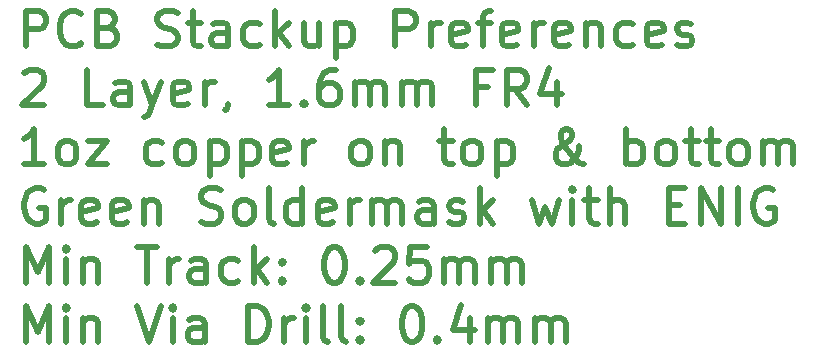
<source format=gbr>
%TF.GenerationSoftware,KiCad,Pcbnew,no-vcs-found*%
%TF.CreationDate,2017-10-06T14:05:24+10:30*%
%TF.ProjectId,clearpath-sc-single-channel,636C656172706174682D73632D73696E,1.0*%
%TF.SameCoordinates,Original*%
%TF.FileFunction,Other,Comment*%
%FSLAX46Y46*%
G04 Gerber Fmt 4.6, Leading zero omitted, Abs format (unit mm)*
G04 Created by KiCad (PCBNEW no-vcs-found) date Fri Oct  6 14:05:24 2017*
%MOMM*%
%LPD*%
G01*
G04 APERTURE LIST*
%ADD10C,0.500000*%
G04 APERTURE END LIST*
D10*
X197789285Y-113857142D02*
X197789285Y-110857142D01*
X198932142Y-110857142D01*
X199217857Y-111000000D01*
X199360714Y-111142857D01*
X199503571Y-111428571D01*
X199503571Y-111857142D01*
X199360714Y-112142857D01*
X199217857Y-112285714D01*
X198932142Y-112428571D01*
X197789285Y-112428571D01*
X202503571Y-113571428D02*
X202360714Y-113714285D01*
X201932142Y-113857142D01*
X201646428Y-113857142D01*
X201217857Y-113714285D01*
X200932142Y-113428571D01*
X200789285Y-113142857D01*
X200646428Y-112571428D01*
X200646428Y-112142857D01*
X200789285Y-111571428D01*
X200932142Y-111285714D01*
X201217857Y-111000000D01*
X201646428Y-110857142D01*
X201932142Y-110857142D01*
X202360714Y-111000000D01*
X202503571Y-111142857D01*
X204789285Y-112285714D02*
X205217857Y-112428571D01*
X205360714Y-112571428D01*
X205503571Y-112857142D01*
X205503571Y-113285714D01*
X205360714Y-113571428D01*
X205217857Y-113714285D01*
X204932142Y-113857142D01*
X203789285Y-113857142D01*
X203789285Y-110857142D01*
X204789285Y-110857142D01*
X205075000Y-111000000D01*
X205217857Y-111142857D01*
X205360714Y-111428571D01*
X205360714Y-111714285D01*
X205217857Y-112000000D01*
X205075000Y-112142857D01*
X204789285Y-112285714D01*
X203789285Y-112285714D01*
X208932142Y-113714285D02*
X209360714Y-113857142D01*
X210075000Y-113857142D01*
X210360714Y-113714285D01*
X210503571Y-113571428D01*
X210646428Y-113285714D01*
X210646428Y-113000000D01*
X210503571Y-112714285D01*
X210360714Y-112571428D01*
X210075000Y-112428571D01*
X209503571Y-112285714D01*
X209217857Y-112142857D01*
X209075000Y-112000000D01*
X208932142Y-111714285D01*
X208932142Y-111428571D01*
X209075000Y-111142857D01*
X209217857Y-111000000D01*
X209503571Y-110857142D01*
X210217857Y-110857142D01*
X210646428Y-111000000D01*
X211503571Y-111857142D02*
X212646428Y-111857142D01*
X211932142Y-110857142D02*
X211932142Y-113428571D01*
X212075000Y-113714285D01*
X212360714Y-113857142D01*
X212646428Y-113857142D01*
X214932142Y-113857142D02*
X214932142Y-112285714D01*
X214789285Y-112000000D01*
X214503571Y-111857142D01*
X213932142Y-111857142D01*
X213646428Y-112000000D01*
X214932142Y-113714285D02*
X214646428Y-113857142D01*
X213932142Y-113857142D01*
X213646428Y-113714285D01*
X213503571Y-113428571D01*
X213503571Y-113142857D01*
X213646428Y-112857142D01*
X213932142Y-112714285D01*
X214646428Y-112714285D01*
X214932142Y-112571428D01*
X217646428Y-113714285D02*
X217360714Y-113857142D01*
X216789285Y-113857142D01*
X216503571Y-113714285D01*
X216360714Y-113571428D01*
X216217857Y-113285714D01*
X216217857Y-112428571D01*
X216360714Y-112142857D01*
X216503571Y-112000000D01*
X216789285Y-111857142D01*
X217360714Y-111857142D01*
X217646428Y-112000000D01*
X218932142Y-113857142D02*
X218932142Y-110857142D01*
X219217857Y-112714285D02*
X220075000Y-113857142D01*
X220075000Y-111857142D02*
X218932142Y-113000000D01*
X222646428Y-111857142D02*
X222646428Y-113857142D01*
X221360714Y-111857142D02*
X221360714Y-113428571D01*
X221503571Y-113714285D01*
X221789285Y-113857142D01*
X222217857Y-113857142D01*
X222503571Y-113714285D01*
X222646428Y-113571428D01*
X224075000Y-111857142D02*
X224075000Y-114857142D01*
X224075000Y-112000000D02*
X224360714Y-111857142D01*
X224932142Y-111857142D01*
X225217857Y-112000000D01*
X225360714Y-112142857D01*
X225503571Y-112428571D01*
X225503571Y-113285714D01*
X225360714Y-113571428D01*
X225217857Y-113714285D01*
X224932142Y-113857142D01*
X224360714Y-113857142D01*
X224075000Y-113714285D01*
X229075000Y-113857142D02*
X229075000Y-110857142D01*
X230217857Y-110857142D01*
X230503571Y-111000000D01*
X230646428Y-111142857D01*
X230789285Y-111428571D01*
X230789285Y-111857142D01*
X230646428Y-112142857D01*
X230503571Y-112285714D01*
X230217857Y-112428571D01*
X229075000Y-112428571D01*
X232075000Y-113857142D02*
X232075000Y-111857142D01*
X232075000Y-112428571D02*
X232217857Y-112142857D01*
X232360714Y-112000000D01*
X232646428Y-111857142D01*
X232932142Y-111857142D01*
X235075000Y-113714285D02*
X234789285Y-113857142D01*
X234217857Y-113857142D01*
X233932142Y-113714285D01*
X233789285Y-113428571D01*
X233789285Y-112285714D01*
X233932142Y-112000000D01*
X234217857Y-111857142D01*
X234789285Y-111857142D01*
X235075000Y-112000000D01*
X235217857Y-112285714D01*
X235217857Y-112571428D01*
X233789285Y-112857142D01*
X236075000Y-111857142D02*
X237217857Y-111857142D01*
X236503571Y-113857142D02*
X236503571Y-111285714D01*
X236646428Y-111000000D01*
X236932142Y-110857142D01*
X237217857Y-110857142D01*
X239360714Y-113714285D02*
X239075000Y-113857142D01*
X238503571Y-113857142D01*
X238217857Y-113714285D01*
X238075000Y-113428571D01*
X238075000Y-112285714D01*
X238217857Y-112000000D01*
X238503571Y-111857142D01*
X239075000Y-111857142D01*
X239360714Y-112000000D01*
X239503571Y-112285714D01*
X239503571Y-112571428D01*
X238075000Y-112857142D01*
X240789285Y-113857142D02*
X240789285Y-111857142D01*
X240789285Y-112428571D02*
X240932142Y-112142857D01*
X241075000Y-112000000D01*
X241360714Y-111857142D01*
X241646428Y-111857142D01*
X243789285Y-113714285D02*
X243503571Y-113857142D01*
X242932142Y-113857142D01*
X242646428Y-113714285D01*
X242503571Y-113428571D01*
X242503571Y-112285714D01*
X242646428Y-112000000D01*
X242932142Y-111857142D01*
X243503571Y-111857142D01*
X243789285Y-112000000D01*
X243932142Y-112285714D01*
X243932142Y-112571428D01*
X242503571Y-112857142D01*
X245217857Y-111857142D02*
X245217857Y-113857142D01*
X245217857Y-112142857D02*
X245360714Y-112000000D01*
X245646428Y-111857142D01*
X246075000Y-111857142D01*
X246360714Y-112000000D01*
X246503571Y-112285714D01*
X246503571Y-113857142D01*
X249217857Y-113714285D02*
X248932142Y-113857142D01*
X248360714Y-113857142D01*
X248075000Y-113714285D01*
X247932142Y-113571428D01*
X247789285Y-113285714D01*
X247789285Y-112428571D01*
X247932142Y-112142857D01*
X248075000Y-112000000D01*
X248360714Y-111857142D01*
X248932142Y-111857142D01*
X249217857Y-112000000D01*
X251646428Y-113714285D02*
X251360714Y-113857142D01*
X250789285Y-113857142D01*
X250503571Y-113714285D01*
X250360714Y-113428571D01*
X250360714Y-112285714D01*
X250503571Y-112000000D01*
X250789285Y-111857142D01*
X251360714Y-111857142D01*
X251646428Y-112000000D01*
X251789285Y-112285714D01*
X251789285Y-112571428D01*
X250360714Y-112857142D01*
X252932142Y-113714285D02*
X253217857Y-113857142D01*
X253789285Y-113857142D01*
X254075000Y-113714285D01*
X254217857Y-113428571D01*
X254217857Y-113285714D01*
X254075000Y-113000000D01*
X253789285Y-112857142D01*
X253360714Y-112857142D01*
X253075000Y-112714285D01*
X252932142Y-112428571D01*
X252932142Y-112285714D01*
X253075000Y-112000000D01*
X253360714Y-111857142D01*
X253789285Y-111857142D01*
X254075000Y-112000000D01*
X197646428Y-116142857D02*
X197789285Y-116000000D01*
X198075000Y-115857142D01*
X198789285Y-115857142D01*
X199075000Y-116000000D01*
X199217857Y-116142857D01*
X199360714Y-116428571D01*
X199360714Y-116714285D01*
X199217857Y-117142857D01*
X197503571Y-118857142D01*
X199360714Y-118857142D01*
X204360714Y-118857142D02*
X202932142Y-118857142D01*
X202932142Y-115857142D01*
X206646428Y-118857142D02*
X206646428Y-117285714D01*
X206503571Y-117000000D01*
X206217857Y-116857142D01*
X205646428Y-116857142D01*
X205360714Y-117000000D01*
X206646428Y-118714285D02*
X206360714Y-118857142D01*
X205646428Y-118857142D01*
X205360714Y-118714285D01*
X205217857Y-118428571D01*
X205217857Y-118142857D01*
X205360714Y-117857142D01*
X205646428Y-117714285D01*
X206360714Y-117714285D01*
X206646428Y-117571428D01*
X207789285Y-116857142D02*
X208503571Y-118857142D01*
X209217857Y-116857142D02*
X208503571Y-118857142D01*
X208217857Y-119571428D01*
X208075000Y-119714285D01*
X207789285Y-119857142D01*
X211503571Y-118714285D02*
X211217857Y-118857142D01*
X210646428Y-118857142D01*
X210360714Y-118714285D01*
X210217857Y-118428571D01*
X210217857Y-117285714D01*
X210360714Y-117000000D01*
X210646428Y-116857142D01*
X211217857Y-116857142D01*
X211503571Y-117000000D01*
X211646428Y-117285714D01*
X211646428Y-117571428D01*
X210217857Y-117857142D01*
X212932142Y-118857142D02*
X212932142Y-116857142D01*
X212932142Y-117428571D02*
X213075000Y-117142857D01*
X213217857Y-117000000D01*
X213503571Y-116857142D01*
X213789285Y-116857142D01*
X214932142Y-118714285D02*
X214932142Y-118857142D01*
X214789285Y-119142857D01*
X214646428Y-119285714D01*
X220075000Y-118857142D02*
X218360714Y-118857142D01*
X219217857Y-118857142D02*
X219217857Y-115857142D01*
X218932142Y-116285714D01*
X218646428Y-116571428D01*
X218360714Y-116714285D01*
X221360714Y-118571428D02*
X221503571Y-118714285D01*
X221360714Y-118857142D01*
X221217857Y-118714285D01*
X221360714Y-118571428D01*
X221360714Y-118857142D01*
X224075000Y-115857142D02*
X223503571Y-115857142D01*
X223217857Y-116000000D01*
X223075000Y-116142857D01*
X222789285Y-116571428D01*
X222646428Y-117142857D01*
X222646428Y-118285714D01*
X222789285Y-118571428D01*
X222932142Y-118714285D01*
X223217857Y-118857142D01*
X223789285Y-118857142D01*
X224075000Y-118714285D01*
X224217857Y-118571428D01*
X224360714Y-118285714D01*
X224360714Y-117571428D01*
X224217857Y-117285714D01*
X224075000Y-117142857D01*
X223789285Y-117000000D01*
X223217857Y-117000000D01*
X222932142Y-117142857D01*
X222789285Y-117285714D01*
X222646428Y-117571428D01*
X225646428Y-118857142D02*
X225646428Y-116857142D01*
X225646428Y-117142857D02*
X225789285Y-117000000D01*
X226075000Y-116857142D01*
X226503571Y-116857142D01*
X226789285Y-117000000D01*
X226932142Y-117285714D01*
X226932142Y-118857142D01*
X226932142Y-117285714D02*
X227075000Y-117000000D01*
X227360714Y-116857142D01*
X227789285Y-116857142D01*
X228075000Y-117000000D01*
X228217857Y-117285714D01*
X228217857Y-118857142D01*
X229646428Y-118857142D02*
X229646428Y-116857142D01*
X229646428Y-117142857D02*
X229789285Y-117000000D01*
X230075000Y-116857142D01*
X230503571Y-116857142D01*
X230789285Y-117000000D01*
X230932142Y-117285714D01*
X230932142Y-118857142D01*
X230932142Y-117285714D02*
X231075000Y-117000000D01*
X231360714Y-116857142D01*
X231789285Y-116857142D01*
X232075000Y-117000000D01*
X232217857Y-117285714D01*
X232217857Y-118857142D01*
X236932142Y-117285714D02*
X235932142Y-117285714D01*
X235932142Y-118857142D02*
X235932142Y-115857142D01*
X237360714Y-115857142D01*
X240217857Y-118857142D02*
X239217857Y-117428571D01*
X238503571Y-118857142D02*
X238503571Y-115857142D01*
X239646428Y-115857142D01*
X239932142Y-116000000D01*
X240075000Y-116142857D01*
X240217857Y-116428571D01*
X240217857Y-116857142D01*
X240075000Y-117142857D01*
X239932142Y-117285714D01*
X239646428Y-117428571D01*
X238503571Y-117428571D01*
X242789285Y-116857142D02*
X242789285Y-118857142D01*
X242075000Y-115714285D02*
X241360714Y-117857142D01*
X243217857Y-117857142D01*
X199360714Y-123857142D02*
X197646428Y-123857142D01*
X198503571Y-123857142D02*
X198503571Y-120857142D01*
X198217857Y-121285714D01*
X197932142Y-121571428D01*
X197646428Y-121714285D01*
X201075000Y-123857142D02*
X200789285Y-123714285D01*
X200646428Y-123571428D01*
X200503571Y-123285714D01*
X200503571Y-122428571D01*
X200646428Y-122142857D01*
X200789285Y-122000000D01*
X201075000Y-121857142D01*
X201503571Y-121857142D01*
X201789285Y-122000000D01*
X201932142Y-122142857D01*
X202075000Y-122428571D01*
X202075000Y-123285714D01*
X201932142Y-123571428D01*
X201789285Y-123714285D01*
X201503571Y-123857142D01*
X201075000Y-123857142D01*
X203075000Y-121857142D02*
X204646428Y-121857142D01*
X203075000Y-123857142D01*
X204646428Y-123857142D01*
X209360714Y-123714285D02*
X209075000Y-123857142D01*
X208503571Y-123857142D01*
X208217857Y-123714285D01*
X208075000Y-123571428D01*
X207932142Y-123285714D01*
X207932142Y-122428571D01*
X208075000Y-122142857D01*
X208217857Y-122000000D01*
X208503571Y-121857142D01*
X209075000Y-121857142D01*
X209360714Y-122000000D01*
X211075000Y-123857142D02*
X210789285Y-123714285D01*
X210646428Y-123571428D01*
X210503571Y-123285714D01*
X210503571Y-122428571D01*
X210646428Y-122142857D01*
X210789285Y-122000000D01*
X211075000Y-121857142D01*
X211503571Y-121857142D01*
X211789285Y-122000000D01*
X211932142Y-122142857D01*
X212075000Y-122428571D01*
X212075000Y-123285714D01*
X211932142Y-123571428D01*
X211789285Y-123714285D01*
X211503571Y-123857142D01*
X211075000Y-123857142D01*
X213360714Y-121857142D02*
X213360714Y-124857142D01*
X213360714Y-122000000D02*
X213646428Y-121857142D01*
X214217857Y-121857142D01*
X214503571Y-122000000D01*
X214646428Y-122142857D01*
X214789285Y-122428571D01*
X214789285Y-123285714D01*
X214646428Y-123571428D01*
X214503571Y-123714285D01*
X214217857Y-123857142D01*
X213646428Y-123857142D01*
X213360714Y-123714285D01*
X216075000Y-121857142D02*
X216075000Y-124857142D01*
X216075000Y-122000000D02*
X216360714Y-121857142D01*
X216932142Y-121857142D01*
X217217857Y-122000000D01*
X217360714Y-122142857D01*
X217503571Y-122428571D01*
X217503571Y-123285714D01*
X217360714Y-123571428D01*
X217217857Y-123714285D01*
X216932142Y-123857142D01*
X216360714Y-123857142D01*
X216075000Y-123714285D01*
X219932142Y-123714285D02*
X219646428Y-123857142D01*
X219075000Y-123857142D01*
X218789285Y-123714285D01*
X218646428Y-123428571D01*
X218646428Y-122285714D01*
X218789285Y-122000000D01*
X219075000Y-121857142D01*
X219646428Y-121857142D01*
X219932142Y-122000000D01*
X220075000Y-122285714D01*
X220075000Y-122571428D01*
X218646428Y-122857142D01*
X221360714Y-123857142D02*
X221360714Y-121857142D01*
X221360714Y-122428571D02*
X221503571Y-122142857D01*
X221646428Y-122000000D01*
X221932142Y-121857142D01*
X222217857Y-121857142D01*
X225932142Y-123857142D02*
X225646428Y-123714285D01*
X225503571Y-123571428D01*
X225360714Y-123285714D01*
X225360714Y-122428571D01*
X225503571Y-122142857D01*
X225646428Y-122000000D01*
X225932142Y-121857142D01*
X226360714Y-121857142D01*
X226646428Y-122000000D01*
X226789285Y-122142857D01*
X226932142Y-122428571D01*
X226932142Y-123285714D01*
X226789285Y-123571428D01*
X226646428Y-123714285D01*
X226360714Y-123857142D01*
X225932142Y-123857142D01*
X228217857Y-121857142D02*
X228217857Y-123857142D01*
X228217857Y-122142857D02*
X228360714Y-122000000D01*
X228646428Y-121857142D01*
X229075000Y-121857142D01*
X229360714Y-122000000D01*
X229503571Y-122285714D01*
X229503571Y-123857142D01*
X232789285Y-121857142D02*
X233932142Y-121857142D01*
X233217857Y-120857142D02*
X233217857Y-123428571D01*
X233360714Y-123714285D01*
X233646428Y-123857142D01*
X233932142Y-123857142D01*
X235360714Y-123857142D02*
X235075000Y-123714285D01*
X234932142Y-123571428D01*
X234789285Y-123285714D01*
X234789285Y-122428571D01*
X234932142Y-122142857D01*
X235075000Y-122000000D01*
X235360714Y-121857142D01*
X235789285Y-121857142D01*
X236075000Y-122000000D01*
X236217857Y-122142857D01*
X236360714Y-122428571D01*
X236360714Y-123285714D01*
X236217857Y-123571428D01*
X236075000Y-123714285D01*
X235789285Y-123857142D01*
X235360714Y-123857142D01*
X237646428Y-121857142D02*
X237646428Y-124857142D01*
X237646428Y-122000000D02*
X237932142Y-121857142D01*
X238503571Y-121857142D01*
X238789285Y-122000000D01*
X238932142Y-122142857D01*
X239075000Y-122428571D01*
X239075000Y-123285714D01*
X238932142Y-123571428D01*
X238789285Y-123714285D01*
X238503571Y-123857142D01*
X237932142Y-123857142D01*
X237646428Y-123714285D01*
X245075000Y-123857142D02*
X244932142Y-123857142D01*
X244646428Y-123714285D01*
X244217857Y-123285714D01*
X243503571Y-122428571D01*
X243217857Y-122000000D01*
X243075000Y-121571428D01*
X243075000Y-121285714D01*
X243217857Y-121000000D01*
X243503571Y-120857142D01*
X243646428Y-120857142D01*
X243932142Y-121000000D01*
X244075000Y-121285714D01*
X244075000Y-121428571D01*
X243932142Y-121714285D01*
X243789285Y-121857142D01*
X242932142Y-122428571D01*
X242789285Y-122571428D01*
X242646428Y-122857142D01*
X242646428Y-123285714D01*
X242789285Y-123571428D01*
X242932142Y-123714285D01*
X243217857Y-123857142D01*
X243646428Y-123857142D01*
X243932142Y-123714285D01*
X244075000Y-123571428D01*
X244503571Y-123000000D01*
X244646428Y-122571428D01*
X244646428Y-122285714D01*
X248646428Y-123857142D02*
X248646428Y-120857142D01*
X248646428Y-122000000D02*
X248932142Y-121857142D01*
X249503571Y-121857142D01*
X249789285Y-122000000D01*
X249932142Y-122142857D01*
X250075000Y-122428571D01*
X250075000Y-123285714D01*
X249932142Y-123571428D01*
X249789285Y-123714285D01*
X249503571Y-123857142D01*
X248932142Y-123857142D01*
X248646428Y-123714285D01*
X251789285Y-123857142D02*
X251503571Y-123714285D01*
X251360714Y-123571428D01*
X251217857Y-123285714D01*
X251217857Y-122428571D01*
X251360714Y-122142857D01*
X251503571Y-122000000D01*
X251789285Y-121857142D01*
X252217857Y-121857142D01*
X252503571Y-122000000D01*
X252646428Y-122142857D01*
X252789285Y-122428571D01*
X252789285Y-123285714D01*
X252646428Y-123571428D01*
X252503571Y-123714285D01*
X252217857Y-123857142D01*
X251789285Y-123857142D01*
X253646428Y-121857142D02*
X254789285Y-121857142D01*
X254075000Y-120857142D02*
X254075000Y-123428571D01*
X254217857Y-123714285D01*
X254503571Y-123857142D01*
X254789285Y-123857142D01*
X255360714Y-121857142D02*
X256503571Y-121857142D01*
X255789285Y-120857142D02*
X255789285Y-123428571D01*
X255932142Y-123714285D01*
X256217857Y-123857142D01*
X256503571Y-123857142D01*
X257932142Y-123857142D02*
X257646428Y-123714285D01*
X257503571Y-123571428D01*
X257360714Y-123285714D01*
X257360714Y-122428571D01*
X257503571Y-122142857D01*
X257646428Y-122000000D01*
X257932142Y-121857142D01*
X258360714Y-121857142D01*
X258646428Y-122000000D01*
X258789285Y-122142857D01*
X258932142Y-122428571D01*
X258932142Y-123285714D01*
X258789285Y-123571428D01*
X258646428Y-123714285D01*
X258360714Y-123857142D01*
X257932142Y-123857142D01*
X260217857Y-123857142D02*
X260217857Y-121857142D01*
X260217857Y-122142857D02*
X260360714Y-122000000D01*
X260646428Y-121857142D01*
X261075000Y-121857142D01*
X261360714Y-122000000D01*
X261503571Y-122285714D01*
X261503571Y-123857142D01*
X261503571Y-122285714D02*
X261646428Y-122000000D01*
X261932142Y-121857142D01*
X262360714Y-121857142D01*
X262646428Y-122000000D01*
X262789285Y-122285714D01*
X262789285Y-123857142D01*
X199360714Y-126000000D02*
X199075000Y-125857142D01*
X198646428Y-125857142D01*
X198217857Y-126000000D01*
X197932142Y-126285714D01*
X197789285Y-126571428D01*
X197646428Y-127142857D01*
X197646428Y-127571428D01*
X197789285Y-128142857D01*
X197932142Y-128428571D01*
X198217857Y-128714285D01*
X198646428Y-128857142D01*
X198932142Y-128857142D01*
X199360714Y-128714285D01*
X199503571Y-128571428D01*
X199503571Y-127571428D01*
X198932142Y-127571428D01*
X200789285Y-128857142D02*
X200789285Y-126857142D01*
X200789285Y-127428571D02*
X200932142Y-127142857D01*
X201075000Y-127000000D01*
X201360714Y-126857142D01*
X201646428Y-126857142D01*
X203789285Y-128714285D02*
X203503571Y-128857142D01*
X202932142Y-128857142D01*
X202646428Y-128714285D01*
X202503571Y-128428571D01*
X202503571Y-127285714D01*
X202646428Y-127000000D01*
X202932142Y-126857142D01*
X203503571Y-126857142D01*
X203789285Y-127000000D01*
X203932142Y-127285714D01*
X203932142Y-127571428D01*
X202503571Y-127857142D01*
X206360714Y-128714285D02*
X206075000Y-128857142D01*
X205503571Y-128857142D01*
X205217857Y-128714285D01*
X205075000Y-128428571D01*
X205075000Y-127285714D01*
X205217857Y-127000000D01*
X205503571Y-126857142D01*
X206075000Y-126857142D01*
X206360714Y-127000000D01*
X206503571Y-127285714D01*
X206503571Y-127571428D01*
X205075000Y-127857142D01*
X207789285Y-126857142D02*
X207789285Y-128857142D01*
X207789285Y-127142857D02*
X207932142Y-127000000D01*
X208217857Y-126857142D01*
X208646428Y-126857142D01*
X208932142Y-127000000D01*
X209075000Y-127285714D01*
X209075000Y-128857142D01*
X212646428Y-128714285D02*
X213075000Y-128857142D01*
X213789285Y-128857142D01*
X214075000Y-128714285D01*
X214217857Y-128571428D01*
X214360714Y-128285714D01*
X214360714Y-128000000D01*
X214217857Y-127714285D01*
X214075000Y-127571428D01*
X213789285Y-127428571D01*
X213217857Y-127285714D01*
X212932142Y-127142857D01*
X212789285Y-127000000D01*
X212646428Y-126714285D01*
X212646428Y-126428571D01*
X212789285Y-126142857D01*
X212932142Y-126000000D01*
X213217857Y-125857142D01*
X213932142Y-125857142D01*
X214360714Y-126000000D01*
X216075000Y-128857142D02*
X215789285Y-128714285D01*
X215646428Y-128571428D01*
X215503571Y-128285714D01*
X215503571Y-127428571D01*
X215646428Y-127142857D01*
X215789285Y-127000000D01*
X216075000Y-126857142D01*
X216503571Y-126857142D01*
X216789285Y-127000000D01*
X216932142Y-127142857D01*
X217075000Y-127428571D01*
X217075000Y-128285714D01*
X216932142Y-128571428D01*
X216789285Y-128714285D01*
X216503571Y-128857142D01*
X216075000Y-128857142D01*
X218789285Y-128857142D02*
X218503571Y-128714285D01*
X218360714Y-128428571D01*
X218360714Y-125857142D01*
X221217857Y-128857142D02*
X221217857Y-125857142D01*
X221217857Y-128714285D02*
X220932142Y-128857142D01*
X220360714Y-128857142D01*
X220075000Y-128714285D01*
X219932142Y-128571428D01*
X219789285Y-128285714D01*
X219789285Y-127428571D01*
X219932142Y-127142857D01*
X220075000Y-127000000D01*
X220360714Y-126857142D01*
X220932142Y-126857142D01*
X221217857Y-127000000D01*
X223789285Y-128714285D02*
X223503571Y-128857142D01*
X222932142Y-128857142D01*
X222646428Y-128714285D01*
X222503571Y-128428571D01*
X222503571Y-127285714D01*
X222646428Y-127000000D01*
X222932142Y-126857142D01*
X223503571Y-126857142D01*
X223789285Y-127000000D01*
X223932142Y-127285714D01*
X223932142Y-127571428D01*
X222503571Y-127857142D01*
X225217857Y-128857142D02*
X225217857Y-126857142D01*
X225217857Y-127428571D02*
X225360714Y-127142857D01*
X225503571Y-127000000D01*
X225789285Y-126857142D01*
X226075000Y-126857142D01*
X227075000Y-128857142D02*
X227075000Y-126857142D01*
X227075000Y-127142857D02*
X227217857Y-127000000D01*
X227503571Y-126857142D01*
X227932142Y-126857142D01*
X228217857Y-127000000D01*
X228360714Y-127285714D01*
X228360714Y-128857142D01*
X228360714Y-127285714D02*
X228503571Y-127000000D01*
X228789285Y-126857142D01*
X229217857Y-126857142D01*
X229503571Y-127000000D01*
X229646428Y-127285714D01*
X229646428Y-128857142D01*
X232360714Y-128857142D02*
X232360714Y-127285714D01*
X232217857Y-127000000D01*
X231932142Y-126857142D01*
X231360714Y-126857142D01*
X231075000Y-127000000D01*
X232360714Y-128714285D02*
X232075000Y-128857142D01*
X231360714Y-128857142D01*
X231075000Y-128714285D01*
X230932142Y-128428571D01*
X230932142Y-128142857D01*
X231075000Y-127857142D01*
X231360714Y-127714285D01*
X232075000Y-127714285D01*
X232360714Y-127571428D01*
X233646428Y-128714285D02*
X233932142Y-128857142D01*
X234503571Y-128857142D01*
X234789285Y-128714285D01*
X234932142Y-128428571D01*
X234932142Y-128285714D01*
X234789285Y-128000000D01*
X234503571Y-127857142D01*
X234075000Y-127857142D01*
X233789285Y-127714285D01*
X233646428Y-127428571D01*
X233646428Y-127285714D01*
X233789285Y-127000000D01*
X234075000Y-126857142D01*
X234503571Y-126857142D01*
X234789285Y-127000000D01*
X236217857Y-128857142D02*
X236217857Y-125857142D01*
X236503571Y-127714285D02*
X237360714Y-128857142D01*
X237360714Y-126857142D02*
X236217857Y-128000000D01*
X240646428Y-126857142D02*
X241217857Y-128857142D01*
X241789285Y-127428571D01*
X242360714Y-128857142D01*
X242932142Y-126857142D01*
X244075000Y-128857142D02*
X244075000Y-126857142D01*
X244075000Y-125857142D02*
X243932142Y-126000000D01*
X244075000Y-126142857D01*
X244217857Y-126000000D01*
X244075000Y-125857142D01*
X244075000Y-126142857D01*
X245075000Y-126857142D02*
X246217857Y-126857142D01*
X245503571Y-125857142D02*
X245503571Y-128428571D01*
X245646428Y-128714285D01*
X245932142Y-128857142D01*
X246217857Y-128857142D01*
X247217857Y-128857142D02*
X247217857Y-125857142D01*
X248503571Y-128857142D02*
X248503571Y-127285714D01*
X248360714Y-127000000D01*
X248075000Y-126857142D01*
X247646428Y-126857142D01*
X247360714Y-127000000D01*
X247217857Y-127142857D01*
X252217857Y-127285714D02*
X253217857Y-127285714D01*
X253646428Y-128857142D02*
X252217857Y-128857142D01*
X252217857Y-125857142D01*
X253646428Y-125857142D01*
X254932142Y-128857142D02*
X254932142Y-125857142D01*
X256646428Y-128857142D01*
X256646428Y-125857142D01*
X258075000Y-128857142D02*
X258075000Y-125857142D01*
X261075000Y-126000000D02*
X260789285Y-125857142D01*
X260360714Y-125857142D01*
X259932142Y-126000000D01*
X259646428Y-126285714D01*
X259503571Y-126571428D01*
X259360714Y-127142857D01*
X259360714Y-127571428D01*
X259503571Y-128142857D01*
X259646428Y-128428571D01*
X259932142Y-128714285D01*
X260360714Y-128857142D01*
X260646428Y-128857142D01*
X261075000Y-128714285D01*
X261217857Y-128571428D01*
X261217857Y-127571428D01*
X260646428Y-127571428D01*
X197789285Y-133857142D02*
X197789285Y-130857142D01*
X198789285Y-133000000D01*
X199789285Y-130857142D01*
X199789285Y-133857142D01*
X201217857Y-133857142D02*
X201217857Y-131857142D01*
X201217857Y-130857142D02*
X201075000Y-131000000D01*
X201217857Y-131142857D01*
X201360714Y-131000000D01*
X201217857Y-130857142D01*
X201217857Y-131142857D01*
X202646428Y-131857142D02*
X202646428Y-133857142D01*
X202646428Y-132142857D02*
X202789285Y-132000000D01*
X203075000Y-131857142D01*
X203503571Y-131857142D01*
X203789285Y-132000000D01*
X203932142Y-132285714D01*
X203932142Y-133857142D01*
X207217857Y-130857142D02*
X208932142Y-130857142D01*
X208075000Y-133857142D02*
X208075000Y-130857142D01*
X209932142Y-133857142D02*
X209932142Y-131857142D01*
X209932142Y-132428571D02*
X210075000Y-132142857D01*
X210217857Y-132000000D01*
X210503571Y-131857142D01*
X210789285Y-131857142D01*
X213075000Y-133857142D02*
X213075000Y-132285714D01*
X212932142Y-132000000D01*
X212646428Y-131857142D01*
X212075000Y-131857142D01*
X211789285Y-132000000D01*
X213075000Y-133714285D02*
X212789285Y-133857142D01*
X212075000Y-133857142D01*
X211789285Y-133714285D01*
X211646428Y-133428571D01*
X211646428Y-133142857D01*
X211789285Y-132857142D01*
X212075000Y-132714285D01*
X212789285Y-132714285D01*
X213075000Y-132571428D01*
X215789285Y-133714285D02*
X215503571Y-133857142D01*
X214932142Y-133857142D01*
X214646428Y-133714285D01*
X214503571Y-133571428D01*
X214360714Y-133285714D01*
X214360714Y-132428571D01*
X214503571Y-132142857D01*
X214646428Y-132000000D01*
X214932142Y-131857142D01*
X215503571Y-131857142D01*
X215789285Y-132000000D01*
X217075000Y-133857142D02*
X217075000Y-130857142D01*
X217360714Y-132714285D02*
X218217857Y-133857142D01*
X218217857Y-131857142D02*
X217075000Y-133000000D01*
X219503571Y-133571428D02*
X219646428Y-133714285D01*
X219503571Y-133857142D01*
X219360714Y-133714285D01*
X219503571Y-133571428D01*
X219503571Y-133857142D01*
X219503571Y-132000000D02*
X219646428Y-132142857D01*
X219503571Y-132285714D01*
X219360714Y-132142857D01*
X219503571Y-132000000D01*
X219503571Y-132285714D01*
X223789285Y-130857142D02*
X224075000Y-130857142D01*
X224360714Y-131000000D01*
X224503571Y-131142857D01*
X224646428Y-131428571D01*
X224789285Y-132000000D01*
X224789285Y-132714285D01*
X224646428Y-133285714D01*
X224503571Y-133571428D01*
X224360714Y-133714285D01*
X224075000Y-133857142D01*
X223789285Y-133857142D01*
X223503571Y-133714285D01*
X223360714Y-133571428D01*
X223217857Y-133285714D01*
X223075000Y-132714285D01*
X223075000Y-132000000D01*
X223217857Y-131428571D01*
X223360714Y-131142857D01*
X223503571Y-131000000D01*
X223789285Y-130857142D01*
X226075000Y-133571428D02*
X226217857Y-133714285D01*
X226075000Y-133857142D01*
X225932142Y-133714285D01*
X226075000Y-133571428D01*
X226075000Y-133857142D01*
X227360714Y-131142857D02*
X227503571Y-131000000D01*
X227789285Y-130857142D01*
X228503571Y-130857142D01*
X228789285Y-131000000D01*
X228932142Y-131142857D01*
X229075000Y-131428571D01*
X229075000Y-131714285D01*
X228932142Y-132142857D01*
X227217857Y-133857142D01*
X229075000Y-133857142D01*
X231789285Y-130857142D02*
X230360714Y-130857142D01*
X230217857Y-132285714D01*
X230360714Y-132142857D01*
X230646428Y-132000000D01*
X231360714Y-132000000D01*
X231646428Y-132142857D01*
X231789285Y-132285714D01*
X231932142Y-132571428D01*
X231932142Y-133285714D01*
X231789285Y-133571428D01*
X231646428Y-133714285D01*
X231360714Y-133857142D01*
X230646428Y-133857142D01*
X230360714Y-133714285D01*
X230217857Y-133571428D01*
X233217857Y-133857142D02*
X233217857Y-131857142D01*
X233217857Y-132142857D02*
X233360714Y-132000000D01*
X233646428Y-131857142D01*
X234075000Y-131857142D01*
X234360714Y-132000000D01*
X234503571Y-132285714D01*
X234503571Y-133857142D01*
X234503571Y-132285714D02*
X234646428Y-132000000D01*
X234932142Y-131857142D01*
X235360714Y-131857142D01*
X235646428Y-132000000D01*
X235789285Y-132285714D01*
X235789285Y-133857142D01*
X237217857Y-133857142D02*
X237217857Y-131857142D01*
X237217857Y-132142857D02*
X237360714Y-132000000D01*
X237646428Y-131857142D01*
X238075000Y-131857142D01*
X238360714Y-132000000D01*
X238503571Y-132285714D01*
X238503571Y-133857142D01*
X238503571Y-132285714D02*
X238646428Y-132000000D01*
X238932142Y-131857142D01*
X239360714Y-131857142D01*
X239646428Y-132000000D01*
X239789285Y-132285714D01*
X239789285Y-133857142D01*
X197789285Y-138857142D02*
X197789285Y-135857142D01*
X198789285Y-138000000D01*
X199789285Y-135857142D01*
X199789285Y-138857142D01*
X201217857Y-138857142D02*
X201217857Y-136857142D01*
X201217857Y-135857142D02*
X201075000Y-136000000D01*
X201217857Y-136142857D01*
X201360714Y-136000000D01*
X201217857Y-135857142D01*
X201217857Y-136142857D01*
X202646428Y-136857142D02*
X202646428Y-138857142D01*
X202646428Y-137142857D02*
X202789285Y-137000000D01*
X203075000Y-136857142D01*
X203503571Y-136857142D01*
X203789285Y-137000000D01*
X203932142Y-137285714D01*
X203932142Y-138857142D01*
X207217857Y-135857142D02*
X208217857Y-138857142D01*
X209217857Y-135857142D01*
X210217857Y-138857142D02*
X210217857Y-136857142D01*
X210217857Y-135857142D02*
X210075000Y-136000000D01*
X210217857Y-136142857D01*
X210360714Y-136000000D01*
X210217857Y-135857142D01*
X210217857Y-136142857D01*
X212932142Y-138857142D02*
X212932142Y-137285714D01*
X212789285Y-137000000D01*
X212503571Y-136857142D01*
X211932142Y-136857142D01*
X211646428Y-137000000D01*
X212932142Y-138714285D02*
X212646428Y-138857142D01*
X211932142Y-138857142D01*
X211646428Y-138714285D01*
X211503571Y-138428571D01*
X211503571Y-138142857D01*
X211646428Y-137857142D01*
X211932142Y-137714285D01*
X212646428Y-137714285D01*
X212932142Y-137571428D01*
X216646428Y-138857142D02*
X216646428Y-135857142D01*
X217360714Y-135857142D01*
X217789285Y-136000000D01*
X218075000Y-136285714D01*
X218217857Y-136571428D01*
X218360714Y-137142857D01*
X218360714Y-137571428D01*
X218217857Y-138142857D01*
X218075000Y-138428571D01*
X217789285Y-138714285D01*
X217360714Y-138857142D01*
X216646428Y-138857142D01*
X219646428Y-138857142D02*
X219646428Y-136857142D01*
X219646428Y-137428571D02*
X219789285Y-137142857D01*
X219932142Y-137000000D01*
X220217857Y-136857142D01*
X220503571Y-136857142D01*
X221503571Y-138857142D02*
X221503571Y-136857142D01*
X221503571Y-135857142D02*
X221360714Y-136000000D01*
X221503571Y-136142857D01*
X221646428Y-136000000D01*
X221503571Y-135857142D01*
X221503571Y-136142857D01*
X223360714Y-138857142D02*
X223075000Y-138714285D01*
X222932142Y-138428571D01*
X222932142Y-135857142D01*
X224932142Y-138857142D02*
X224646428Y-138714285D01*
X224503571Y-138428571D01*
X224503571Y-135857142D01*
X226075000Y-138571428D02*
X226217857Y-138714285D01*
X226075000Y-138857142D01*
X225932142Y-138714285D01*
X226075000Y-138571428D01*
X226075000Y-138857142D01*
X226075000Y-137000000D02*
X226217857Y-137142857D01*
X226075000Y-137285714D01*
X225932142Y-137142857D01*
X226075000Y-137000000D01*
X226075000Y-137285714D01*
X230360714Y-135857142D02*
X230646428Y-135857142D01*
X230932142Y-136000000D01*
X231075000Y-136142857D01*
X231217857Y-136428571D01*
X231360714Y-137000000D01*
X231360714Y-137714285D01*
X231217857Y-138285714D01*
X231075000Y-138571428D01*
X230932142Y-138714285D01*
X230646428Y-138857142D01*
X230360714Y-138857142D01*
X230075000Y-138714285D01*
X229932142Y-138571428D01*
X229789285Y-138285714D01*
X229646428Y-137714285D01*
X229646428Y-137000000D01*
X229789285Y-136428571D01*
X229932142Y-136142857D01*
X230075000Y-136000000D01*
X230360714Y-135857142D01*
X232646428Y-138571428D02*
X232789285Y-138714285D01*
X232646428Y-138857142D01*
X232503571Y-138714285D01*
X232646428Y-138571428D01*
X232646428Y-138857142D01*
X235360714Y-136857142D02*
X235360714Y-138857142D01*
X234646428Y-135714285D02*
X233932142Y-137857142D01*
X235789285Y-137857142D01*
X236932142Y-138857142D02*
X236932142Y-136857142D01*
X236932142Y-137142857D02*
X237075000Y-137000000D01*
X237360714Y-136857142D01*
X237789285Y-136857142D01*
X238075000Y-137000000D01*
X238217857Y-137285714D01*
X238217857Y-138857142D01*
X238217857Y-137285714D02*
X238360714Y-137000000D01*
X238646428Y-136857142D01*
X239075000Y-136857142D01*
X239360714Y-137000000D01*
X239503571Y-137285714D01*
X239503571Y-138857142D01*
X240932142Y-138857142D02*
X240932142Y-136857142D01*
X240932142Y-137142857D02*
X241075000Y-137000000D01*
X241360714Y-136857142D01*
X241789285Y-136857142D01*
X242075000Y-137000000D01*
X242217857Y-137285714D01*
X242217857Y-138857142D01*
X242217857Y-137285714D02*
X242360714Y-137000000D01*
X242646428Y-136857142D01*
X243075000Y-136857142D01*
X243360714Y-137000000D01*
X243503571Y-137285714D01*
X243503571Y-138857142D01*
M02*

</source>
